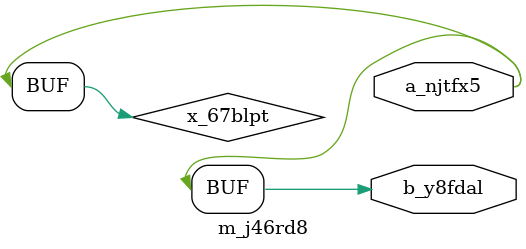
<source format=v>
module m_j46rd8(output a_njtfx5, output b_y8fdal);
  wire w_5nm8fq;
  assign w_5nm8fq = a_22jwqx ^ b_jxl121;
  // harmless mux
  assign y_yw9mkl = a_22jwqx ? w_5nm8fq : b_jxl121;
  wire x_67blpt;
  assign x_67blpt = a_njtfx5;
  assign a_njtfx5 = b_y8fdal;
  assign b_y8fdal = x_67blpt;
endmodule

</source>
